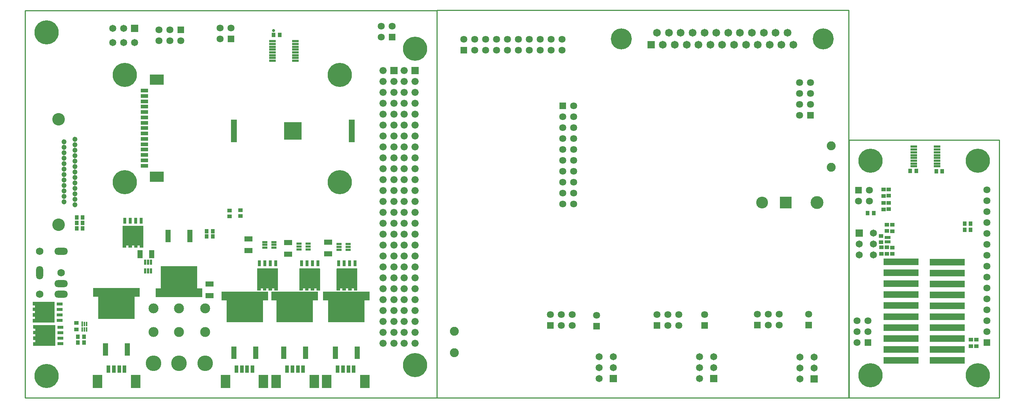
<source format=gbs>
G04*
G04 #@! TF.GenerationSoftware,Altium Limited,Altium Designer,18.1.9 (240)*
G04*
G04 Layer_Color=16711935*
%FSLAX44Y44*%
%MOMM*%
G71*
G01*
G75*
%ADD16C,0.2540*%
%ADD74C,3.0000*%
%ADD75C,2.7500*%
%ADD76R,2.7500X2.7500*%
%ADD119R,1.0270X0.8270*%
%ADD122R,0.8270X1.0270*%
%ADD125R,0.9270X1.0270*%
%ADD126R,1.0270X0.9270*%
%ADD135R,0.9270X1.7270*%
%ADD136R,2.2270X3.1270*%
%ADD147R,1.2954X0.4826*%
%ADD148R,0.4826X1.2954*%
%ADD159R,1.8270X1.2270*%
%ADD169C,1.8170*%
%ADD170R,1.8170X1.8170*%
%ADD171C,4.8870*%
%ADD172R,1.6270X1.6270*%
%ADD173C,1.6270*%
%ADD174C,1.6510*%
%ADD175R,1.6510X1.6510*%
%ADD176R,1.6270X1.6270*%
%ADD177C,2.0770*%
%ADD178C,5.6270*%
%ADD179C,1.6770*%
%ADD180R,1.6770X1.6770*%
%ADD181C,1.1938*%
%ADD182C,3.6270*%
%ADD183C,2.3270*%
%ADD184O,3.1430X1.6350*%
%ADD185C,1.7270*%
%ADD186O,1.6350X3.1430*%
%ADD187R,1.6510X1.6510*%
%ADD188C,0.7270*%
%ADD189C,2.9210*%
%ADD190R,8.1270X1.6270*%
%ADD191R,0.3302X0.7874*%
%ADD192R,1.5270X0.4770*%
%ADD193R,1.7272X0.9398*%
%ADD194R,3.2258X2.3368*%
%ADD195R,1.4270X5.2270*%
%ADD196R,4.1270X4.1270*%
%ADD197R,0.3970X1.1470*%
%ADD198R,0.3970X1.0670*%
%ADD199R,0.7770X1.3270*%
%ADD200R,1.3270X0.7770*%
%ADD201R,10.9270X2.0370*%
%ADD202R,8.4570X5.2070*%
%ADD203R,1.1770X2.9270*%
%ADD204R,1.2270X1.8270*%
G36*
X893236Y503743D02*
X893139Y503767D01*
X893047Y503805D01*
X892962Y503857D01*
X892886Y503922D01*
X892821Y503998D01*
X892768Y504083D01*
X892730Y504175D01*
X892707Y504273D01*
X892699Y504372D01*
Y509372D01*
Y554372D01*
X892707Y554472D01*
X892730Y554569D01*
X892768Y554661D01*
X892821Y554747D01*
X892886Y554823D01*
X892962Y554888D01*
X893047Y554940D01*
X893139Y554978D01*
X893236Y555001D01*
X893336Y555009D01*
X940336D01*
X940436Y555001D01*
X940533Y554978D01*
X940625Y554940D01*
X940710Y554888D01*
X940786Y554823D01*
X940851Y554747D01*
X940903Y554661D01*
X940942Y554569D01*
X940965Y554472D01*
X940973Y554372D01*
Y509372D01*
D01*
Y504372D01*
X940965Y504273D01*
X940942Y504175D01*
X940903Y504083D01*
X940851Y503998D01*
X940786Y503922D01*
X940710Y503857D01*
X940625Y503805D01*
X940533Y503767D01*
X940436Y503743D01*
X940336Y503735D01*
X933336D01*
X933236Y503743D01*
X933139Y503767D01*
X933047Y503805D01*
X932962Y503857D01*
X932886Y503922D01*
X932821Y503998D01*
X932768Y504083D01*
X932730Y504175D01*
X932707Y504273D01*
X932699Y504372D01*
Y508735D01*
X927623D01*
Y504372D01*
X927615Y504273D01*
X927592Y504175D01*
X927553Y504083D01*
X927501Y503998D01*
X927436Y503922D01*
X927360Y503857D01*
X927275Y503805D01*
X927183Y503767D01*
X927086Y503743D01*
X926986Y503735D01*
X919986D01*
X919886Y503743D01*
X919789Y503767D01*
X919697Y503805D01*
X919612Y503857D01*
X919536Y503922D01*
X919471Y503998D01*
X919418Y504083D01*
X919380Y504175D01*
X919357Y504273D01*
X919349Y504372D01*
Y508735D01*
X914323D01*
Y504372D01*
X914315Y504273D01*
X914292Y504175D01*
X914253Y504083D01*
X914201Y503998D01*
X914136Y503922D01*
X914060Y503857D01*
X913975Y503805D01*
X913883Y503767D01*
X913786Y503743D01*
X913686Y503735D01*
X906686D01*
X906586Y503743D01*
X906489Y503767D01*
X906397Y503805D01*
X906312Y503857D01*
X906236Y503922D01*
X906171Y503998D01*
X906118Y504083D01*
X906080Y504175D01*
X906057Y504273D01*
X906049Y504372D01*
Y508735D01*
X900973D01*
Y504372D01*
X900965Y504273D01*
X900942Y504175D01*
X900903Y504083D01*
X900851Y503998D01*
X900786Y503922D01*
X900710Y503857D01*
X900625Y503805D01*
X900533Y503767D01*
X900436Y503743D01*
X900336Y503735D01*
X893336D01*
X893236Y503743D01*
D02*
G37*
G36*
X980172Y503743D02*
X980075Y503767D01*
X979983Y503805D01*
X979898Y503857D01*
X979821Y503922D01*
X979757Y503998D01*
X979704Y504083D01*
X979666Y504175D01*
X979643Y504273D01*
X979635Y504372D01*
Y509372D01*
Y554372D01*
X979643Y554472D01*
X979666Y554569D01*
X979704Y554661D01*
X979757Y554747D01*
X979821Y554823D01*
X979898Y554888D01*
X979983Y554940D01*
X980075Y554978D01*
X980172Y555001D01*
X980272Y555009D01*
X1027272D01*
X1027372Y555001D01*
X1027469Y554978D01*
X1027561Y554940D01*
X1027646Y554888D01*
X1027722Y554823D01*
X1027787Y554747D01*
X1027839Y554661D01*
X1027878Y554569D01*
X1027901Y554472D01*
X1027909Y554372D01*
Y509372D01*
Y504372D01*
X1027901Y504273D01*
X1027878Y504175D01*
X1027839Y504083D01*
X1027787Y503998D01*
X1027722Y503922D01*
X1027646Y503857D01*
X1027561Y503805D01*
X1027469Y503767D01*
X1027372Y503743D01*
X1027272Y503735D01*
X1020272D01*
X1020172Y503743D01*
X1020075Y503767D01*
X1019983Y503805D01*
X1019898Y503857D01*
X1019821Y503922D01*
X1019757Y503998D01*
X1019704Y504083D01*
X1019666Y504175D01*
X1019643Y504273D01*
X1019635Y504372D01*
Y508735D01*
X1014559D01*
Y504372D01*
X1014551Y504273D01*
X1014528Y504175D01*
X1014489Y504083D01*
X1014437Y503998D01*
X1014372Y503922D01*
X1014296Y503857D01*
X1014211Y503805D01*
X1014119Y503767D01*
X1014022Y503743D01*
X1013922Y503735D01*
X1006922D01*
X1006822Y503743D01*
X1006725Y503767D01*
X1006633Y503805D01*
X1006547Y503857D01*
X1006471Y503922D01*
X1006407Y503998D01*
X1006354Y504083D01*
X1006316Y504175D01*
X1006293Y504273D01*
X1006285Y504372D01*
Y508735D01*
X1001259D01*
Y504372D01*
X1001251Y504273D01*
X1001228Y504175D01*
X1001189Y504083D01*
X1001137Y503998D01*
X1001072Y503922D01*
X1000996Y503857D01*
X1000911Y503805D01*
X1000819Y503767D01*
X1000722Y503743D01*
X1000622Y503735D01*
X993622D01*
X993522Y503743D01*
X993425Y503767D01*
X993333Y503805D01*
X993248Y503857D01*
X993171Y503922D01*
X993107Y503998D01*
X993054Y504083D01*
X993016Y504175D01*
X992993Y504273D01*
X992985Y504372D01*
Y508735D01*
X987909D01*
Y504372D01*
X987901Y504273D01*
X987878Y504175D01*
X987840Y504083D01*
X987787Y503998D01*
X987722Y503922D01*
X987646Y503857D01*
X987561Y503805D01*
X987469Y503767D01*
X987372Y503743D01*
X987272Y503735D01*
X980272D01*
X980172Y503743D01*
D02*
G37*
G36*
X795192Y503743D02*
X795095Y503767D01*
X795003Y503805D01*
X794918Y503857D01*
X794842Y503922D01*
X794777Y503998D01*
X794724Y504083D01*
X794686Y504176D01*
X794663Y504273D01*
X794655Y504372D01*
Y509372D01*
Y554373D01*
X794663Y554472D01*
X794686Y554569D01*
X794724Y554662D01*
X794777Y554747D01*
X794842Y554823D01*
X794918Y554888D01*
X795003Y554940D01*
X795095Y554978D01*
X795192Y555002D01*
X795292Y555009D01*
X842292D01*
X842392Y555002D01*
X842489Y554978D01*
X842581Y554940D01*
X842666Y554888D01*
X842742Y554823D01*
X842807Y554747D01*
X842859Y554662D01*
X842898Y554569D01*
X842921Y554472D01*
X842929Y554373D01*
Y509372D01*
Y504372D01*
X842921Y504273D01*
X842898Y504176D01*
X842859Y504083D01*
X842807Y503998D01*
X842742Y503922D01*
X842666Y503857D01*
X842581Y503805D01*
X842489Y503767D01*
X842392Y503743D01*
X842292Y503736D01*
X835292D01*
X835192Y503743D01*
X835095Y503767D01*
X835003Y503805D01*
X834918Y503857D01*
X834842Y503922D01*
X834777Y503998D01*
X834724Y504083D01*
X834686Y504176D01*
X834663Y504273D01*
X834655Y504372D01*
Y508736D01*
X829579D01*
Y504372D01*
X829571Y504273D01*
X829548Y504176D01*
X829510Y504083D01*
X829457Y503998D01*
X829392Y503922D01*
X829316Y503857D01*
X829231Y503805D01*
X829139Y503767D01*
X829042Y503743D01*
X828942Y503736D01*
X821942D01*
X821842Y503743D01*
X821745Y503767D01*
X821653Y503805D01*
X821568Y503857D01*
X821492Y503922D01*
X821427Y503998D01*
X821375Y504083D01*
X821336Y504176D01*
X821313Y504273D01*
X821305Y504372D01*
Y508736D01*
X816279D01*
Y504372D01*
X816271Y504273D01*
X816248Y504176D01*
X816209Y504083D01*
X816157Y503998D01*
X816092Y503922D01*
X816016Y503857D01*
X815931Y503805D01*
X815839Y503767D01*
X815742Y503743D01*
X815642Y503736D01*
X808642D01*
X808542Y503743D01*
X808445Y503767D01*
X808353Y503805D01*
X808268Y503857D01*
X808192Y503922D01*
X808127Y503998D01*
X808074Y504083D01*
X808036Y504176D01*
X808013Y504273D01*
X808005Y504372D01*
Y508736D01*
X802929D01*
Y504372D01*
X802921Y504273D01*
X802898Y504176D01*
X802859Y504083D01*
X802807Y503998D01*
X802742Y503922D01*
X802666Y503857D01*
X802581Y503805D01*
X802489Y503767D01*
X802392Y503743D01*
X802292Y503736D01*
X795292D01*
X795192Y503743D01*
D02*
G37*
G36*
X273820Y375121D02*
X273723Y375144D01*
X273631Y375182D01*
X273546Y375235D01*
X273470Y375300D01*
X273405Y375376D01*
X273353Y375461D01*
X273314Y375553D01*
X273291Y375650D01*
X273283Y375750D01*
Y382750D01*
X273291Y382850D01*
X273314Y382947D01*
X273353Y383039D01*
X273405Y383125D01*
X273470Y383200D01*
X273546Y383265D01*
X273631Y383318D01*
X273723Y383356D01*
X273820Y383379D01*
X273920Y383387D01*
X278283D01*
Y388463D01*
X273920D01*
X273820Y388471D01*
X273723Y388494D01*
X273631Y388532D01*
X273546Y388585D01*
X273470Y388650D01*
X273405Y388726D01*
X273353Y388811D01*
X273314Y388903D01*
X273291Y389000D01*
X273283Y389100D01*
Y396100D01*
X273291Y396200D01*
X273314Y396297D01*
X273353Y396389D01*
X273405Y396474D01*
X273470Y396550D01*
X273546Y396615D01*
X273631Y396668D01*
X273723Y396706D01*
X273820Y396729D01*
X273920Y396737D01*
X278283D01*
Y401763D01*
X273920D01*
X273820Y401771D01*
X273723Y401794D01*
X273631Y401833D01*
X273546Y401885D01*
X273470Y401950D01*
X273405Y402026D01*
X273353Y402111D01*
X273314Y402203D01*
X273291Y402300D01*
X273283Y402400D01*
Y409400D01*
X273291Y409500D01*
X273314Y409597D01*
X273353Y409689D01*
X273405Y409774D01*
X273470Y409850D01*
X273546Y409915D01*
X273631Y409968D01*
X273723Y410006D01*
X273820Y410029D01*
X273920Y410037D01*
X278283D01*
Y415113D01*
X273920D01*
X273820Y415121D01*
X273723Y415144D01*
X273631Y415182D01*
X273546Y415235D01*
X273470Y415300D01*
X273405Y415376D01*
X273353Y415461D01*
X273314Y415553D01*
X273291Y415650D01*
X273283Y415750D01*
Y422750D01*
X273291Y422850D01*
X273314Y422947D01*
X273353Y423039D01*
X273405Y423125D01*
X273470Y423200D01*
X273546Y423265D01*
X273631Y423318D01*
X273723Y423356D01*
X273820Y423379D01*
X273920Y423387D01*
X323920D01*
X324020Y423379D01*
X324117Y423356D01*
X324209Y423318D01*
X324294Y423265D01*
X324370Y423200D01*
X324435Y423125D01*
X324487Y423039D01*
X324526Y422947D01*
X324549Y422850D01*
X324557Y422750D01*
Y375750D01*
X324549Y375650D01*
X324526Y375553D01*
X324487Y375461D01*
X324435Y375376D01*
X324370Y375300D01*
X324294Y375235D01*
X324209Y375182D01*
X324117Y375144D01*
X324020Y375121D01*
X323920Y375113D01*
X273920D01*
X273820Y375121D01*
D02*
G37*
G36*
X272550Y429311D02*
X272453Y429334D01*
X272361Y429372D01*
X272276Y429425D01*
X272200Y429490D01*
X272135Y429566D01*
X272083Y429651D01*
X272044Y429743D01*
X272021Y429840D01*
X272013Y429940D01*
Y436940D01*
X272021Y437040D01*
X272044Y437137D01*
X272083Y437229D01*
X272135Y437314D01*
X272200Y437390D01*
X272276Y437455D01*
X272361Y437508D01*
X272453Y437546D01*
X272550Y437569D01*
X272650Y437577D01*
X277013D01*
Y442653D01*
X272650D01*
X272550Y442661D01*
X272453Y442684D01*
X272361Y442723D01*
X272276Y442775D01*
X272200Y442840D01*
X272135Y442916D01*
X272083Y443001D01*
X272044Y443093D01*
X272021Y443190D01*
X272013Y443290D01*
Y450290D01*
X272021Y450390D01*
X272044Y450487D01*
X272083Y450579D01*
X272135Y450664D01*
X272200Y450740D01*
X272276Y450805D01*
X272361Y450858D01*
X272453Y450896D01*
X272550Y450919D01*
X272650Y450927D01*
X277013D01*
Y455953D01*
X272650D01*
X272550Y455961D01*
X272453Y455984D01*
X272361Y456022D01*
X272276Y456075D01*
X272200Y456140D01*
X272135Y456216D01*
X272083Y456301D01*
X272044Y456393D01*
X272021Y456490D01*
X272013Y456590D01*
Y463590D01*
X272021Y463690D01*
X272044Y463787D01*
X272083Y463879D01*
X272135Y463964D01*
X272200Y464040D01*
X272276Y464105D01*
X272361Y464157D01*
X272453Y464196D01*
X272550Y464219D01*
X272650Y464227D01*
X277013D01*
Y469303D01*
X272650D01*
X272550Y469311D01*
X272453Y469334D01*
X272361Y469372D01*
X272276Y469425D01*
X272200Y469490D01*
X272135Y469566D01*
X272083Y469651D01*
X272044Y469743D01*
X272021Y469840D01*
X272013Y469940D01*
Y476940D01*
X272021Y477040D01*
X272044Y477137D01*
X272083Y477229D01*
X272135Y477314D01*
X272200Y477390D01*
X272276Y477455D01*
X272361Y477508D01*
X272453Y477546D01*
X272550Y477569D01*
X272650Y477577D01*
X322650D01*
X322750Y477569D01*
X322847Y477546D01*
X322939Y477508D01*
X323024Y477455D01*
X323100Y477390D01*
X323165Y477314D01*
X323218Y477229D01*
X323256Y477137D01*
X323279Y477040D01*
X323287Y476940D01*
Y429940D01*
X323279Y429840D01*
X323256Y429743D01*
X323218Y429651D01*
X323165Y429566D01*
X323100Y429490D01*
X323024Y429425D01*
X322939Y429372D01*
X322847Y429334D01*
X322750Y429311D01*
X322650Y429303D01*
X272650D01*
X272550Y429311D01*
D02*
G37*
G36*
X482010Y603340D02*
X481913Y603364D01*
X481821Y603402D01*
X481736Y603454D01*
X481660Y603519D01*
X481595Y603595D01*
X481542Y603680D01*
X481504Y603773D01*
X481481Y603870D01*
X481473Y603970D01*
Y608970D01*
Y653970D01*
X481481Y654069D01*
X481504Y654166D01*
X481542Y654259D01*
X481595Y654344D01*
X481660Y654420D01*
X481736Y654485D01*
X481821Y654537D01*
X481913Y654575D01*
X482010Y654599D01*
X482110Y654607D01*
X529110D01*
X529210Y654599D01*
X529307Y654575D01*
X529399Y654537D01*
X529484Y654485D01*
X529560Y654420D01*
X529625Y654344D01*
X529678Y654259D01*
X529716Y654166D01*
X529739Y654069D01*
X529747Y653970D01*
Y608970D01*
Y603970D01*
X529739Y603870D01*
X529716Y603773D01*
X529678Y603680D01*
X529625Y603595D01*
X529560Y603519D01*
X529484Y603454D01*
X529399Y603402D01*
X529307Y603364D01*
X529210Y603340D01*
X529110Y603333D01*
X522110D01*
X522010Y603340D01*
X521913Y603364D01*
X521821Y603402D01*
X521736Y603454D01*
X521660Y603519D01*
X521595Y603595D01*
X521542Y603680D01*
X521504Y603773D01*
X521481Y603870D01*
X521473Y603970D01*
Y608333D01*
X516397D01*
Y603970D01*
X516389Y603870D01*
X516366Y603773D01*
X516328Y603680D01*
X516275Y603595D01*
X516210Y603519D01*
X516134Y603454D01*
X516049Y603402D01*
X515957Y603364D01*
X515860Y603340D01*
X515760Y603333D01*
X508760D01*
X508660Y603340D01*
X508563Y603364D01*
X508471Y603402D01*
X508386Y603454D01*
X508310Y603519D01*
X508245Y603595D01*
X508192Y603680D01*
X508154Y603773D01*
X508131Y603870D01*
X508123Y603970D01*
Y608333D01*
X503097D01*
Y603970D01*
X503089Y603870D01*
X503066Y603773D01*
X503027Y603680D01*
X502975Y603595D01*
X502910Y603519D01*
X502834Y603454D01*
X502749Y603402D01*
X502657Y603364D01*
X502560Y603340D01*
X502460Y603333D01*
X495460D01*
X495360Y603340D01*
X495263Y603364D01*
X495171Y603402D01*
X495086Y603454D01*
X495010Y603519D01*
X494945Y603595D01*
X494893Y603680D01*
X494854Y603773D01*
X494831Y603870D01*
X494823Y603970D01*
Y608333D01*
X489747D01*
Y603970D01*
X489739Y603870D01*
X489716Y603773D01*
X489678Y603680D01*
X489625Y603595D01*
X489560Y603519D01*
X489484Y603454D01*
X489399Y603402D01*
X489307Y603364D01*
X489210Y603340D01*
X489110Y603333D01*
X482110D01*
X482010Y603340D01*
D02*
G37*
D16*
X1213208Y254036D02*
Y1156328D01*
X2171804D01*
X2171804Y254036D01*
X1213208D02*
X2171804D01*
X2521910Y254120D02*
Y854120D01*
Y254120D02*
X2171910D01*
Y854120D01*
X2521910D02*
X2171910D01*
X1213000Y254050D02*
X254150D01*
X254150Y1155750D01*
X1213000D02*
X254150D01*
X1213000D02*
Y254050D01*
D74*
X2097986Y708538D02*
D03*
D75*
X1969986D02*
D03*
D76*
X2024986D02*
D03*
D119*
X2252670Y738991D02*
D03*
Y723991D02*
D03*
X2252416Y707766D02*
D03*
Y692766D02*
D03*
X2264721Y707844D02*
D03*
Y692844D02*
D03*
X2264862Y739184D02*
D03*
Y724184D02*
D03*
X2260290Y657098D02*
D03*
Y642098D02*
D03*
X2273110Y656942D02*
D03*
Y641942D02*
D03*
X2247336Y589266D02*
D03*
Y604266D02*
D03*
X2260290Y589012D02*
D03*
Y604012D02*
D03*
X2273244Y588758D02*
D03*
Y603758D02*
D03*
X2468926Y389354D02*
D03*
Y374354D02*
D03*
X2456196Y389058D02*
D03*
Y374058D02*
D03*
X373530Y412920D02*
D03*
Y427920D02*
D03*
D122*
X2230096Y684142D02*
D03*
X2215096D02*
D03*
X2314258Y781932D02*
D03*
X2329258D02*
D03*
X376956Y395750D02*
D03*
X391956D02*
D03*
D125*
X2441250Y645280D02*
D03*
X2455250D02*
D03*
X2441250Y659250D02*
D03*
X2455250D02*
D03*
X2375210Y781170D02*
D03*
X2389210D02*
D03*
X847180Y1098851D02*
D03*
X833180D02*
D03*
X388659Y673884D02*
D03*
X374659D02*
D03*
X374659Y661384D02*
D03*
X388659D02*
D03*
X388659Y648716D02*
D03*
X374659D02*
D03*
X691000Y629750D02*
D03*
X677000D02*
D03*
X691172Y641908D02*
D03*
X677172D02*
D03*
X377562Y382305D02*
D03*
X391562D02*
D03*
D126*
X2247082Y616436D02*
D03*
Y630436D02*
D03*
X755500Y690797D02*
D03*
Y676797D02*
D03*
X730500Y690250D02*
D03*
Y676250D02*
D03*
D135*
X746400Y320532D02*
D03*
X758900D02*
D03*
X783900D02*
D03*
X771400D02*
D03*
X981960Y320642D02*
D03*
X994460D02*
D03*
X1019460D02*
D03*
X1006960D02*
D03*
X448500Y320750D02*
D03*
X461000D02*
D03*
X486000D02*
D03*
X473500D02*
D03*
X864250Y320532D02*
D03*
X876750D02*
D03*
X901750D02*
D03*
X889250D02*
D03*
D136*
X720900Y291532D02*
D03*
X809400D02*
D03*
X956460Y291642D02*
D03*
X1044960D02*
D03*
X423000Y291750D02*
D03*
X511500D02*
D03*
X838750Y291532D02*
D03*
X927250D02*
D03*
D147*
X833614Y616642D02*
D03*
Y610038D02*
D03*
Y603434D02*
D03*
X812786D02*
D03*
Y610038D02*
D03*
Y616642D02*
D03*
X1006455Y611674D02*
D03*
Y605070D02*
D03*
Y598466D02*
D03*
X985627D02*
D03*
Y605070D02*
D03*
Y611674D02*
D03*
X912881Y612780D02*
D03*
Y606175D02*
D03*
Y599571D02*
D03*
X892053D02*
D03*
Y606175D02*
D03*
Y612780D02*
D03*
D148*
X547192Y549086D02*
D03*
X540588D02*
D03*
X533984D02*
D03*
Y569914D02*
D03*
X540588D02*
D03*
X547192D02*
D03*
D159*
X959500Y589000D02*
D03*
Y616000D02*
D03*
X867000Y588000D02*
D03*
Y615000D02*
D03*
X683410Y518596D02*
D03*
Y491596D02*
D03*
X774500Y623750D02*
D03*
Y596750D02*
D03*
D169*
X2042783Y1075636D02*
D03*
X2028978Y1104036D02*
D03*
X2015173Y1075636D02*
D03*
X2001368Y1104036D02*
D03*
X1987563Y1075636D02*
D03*
X1973758Y1104036D02*
D03*
X1959953Y1075636D02*
D03*
X1946148Y1104036D02*
D03*
X1932343Y1075636D02*
D03*
X1918538Y1104036D02*
D03*
X1904733Y1075636D02*
D03*
X1890928Y1104036D02*
D03*
X1877123Y1075636D02*
D03*
X1863318Y1104036D02*
D03*
X1849513Y1075636D02*
D03*
X1835708Y1104036D02*
D03*
X1821903Y1075636D02*
D03*
X1808098Y1104036D02*
D03*
X1794293Y1075636D02*
D03*
X1780488Y1104036D02*
D03*
X1766683Y1075636D02*
D03*
X1752878Y1104036D02*
D03*
X1739073Y1075636D02*
D03*
X1725268Y1104036D02*
D03*
D170*
X1711463Y1075636D02*
D03*
D171*
X1641863Y1089836D02*
D03*
X2112383D02*
D03*
D172*
X1505516Y933836D02*
D03*
X1584508Y420286D02*
D03*
X1835708Y422636D02*
D03*
X2082608Y911436D02*
D03*
X2078208Y423036D02*
D03*
X2493060Y382120D02*
D03*
X2194510Y737520D02*
D03*
X2216548Y382212D02*
D03*
X733654Y1089750D02*
D03*
X1108400Y1093750D02*
D03*
D173*
X1505516Y908436D02*
D03*
Y883036D02*
D03*
Y857636D02*
D03*
Y832236D02*
D03*
Y806836D02*
D03*
Y781436D02*
D03*
Y756036D02*
D03*
Y730636D02*
D03*
Y705236D02*
D03*
X1530916Y933836D02*
D03*
Y908436D02*
D03*
Y883036D02*
D03*
Y857636D02*
D03*
Y832236D02*
D03*
Y806836D02*
D03*
Y781436D02*
D03*
Y756036D02*
D03*
Y730636D02*
D03*
Y705236D02*
D03*
X1584508Y445686D02*
D03*
X2010008Y448436D02*
D03*
Y423036D02*
D03*
X1984608Y448436D02*
D03*
Y423036D02*
D03*
X1959208Y448436D02*
D03*
X1504008Y1089036D02*
D03*
X1478608D02*
D03*
X1453208D02*
D03*
X1427808D02*
D03*
X1402408D02*
D03*
X1377008D02*
D03*
X1351608D02*
D03*
X1326208D02*
D03*
X1300808D02*
D03*
X1275408D02*
D03*
X1504008Y1063636D02*
D03*
X1478608D02*
D03*
X1453208D02*
D03*
X1427808D02*
D03*
X1402408D02*
D03*
X1377008D02*
D03*
X1351608D02*
D03*
X1326208D02*
D03*
X1300808D02*
D03*
X1477108Y447436D02*
D03*
X1502508Y422036D02*
D03*
Y447436D02*
D03*
X1527908Y422036D02*
D03*
Y447436D02*
D03*
X1724908D02*
D03*
X1750308Y422036D02*
D03*
Y447436D02*
D03*
X1775708Y422036D02*
D03*
Y447436D02*
D03*
X1835708Y448036D02*
D03*
X2082608Y936836D02*
D03*
Y962236D02*
D03*
Y987636D02*
D03*
X2057208Y911436D02*
D03*
Y936836D02*
D03*
Y962236D02*
D03*
Y987636D02*
D03*
X2078208Y448436D02*
D03*
X2493060Y737720D02*
D03*
Y712320D02*
D03*
Y686920D02*
D03*
Y661520D02*
D03*
Y636120D02*
D03*
Y610720D02*
D03*
Y585320D02*
D03*
Y559920D02*
D03*
Y534520D02*
D03*
Y509120D02*
D03*
Y483720D02*
D03*
Y458320D02*
D03*
Y432920D02*
D03*
Y407520D02*
D03*
X2219910Y737520D02*
D03*
X2194510Y712120D02*
D03*
X2219910D02*
D03*
X2191148Y433012D02*
D03*
X2216548D02*
D03*
X2191148Y407612D02*
D03*
X2216548D02*
D03*
X2191148Y382212D02*
D03*
X566200Y1084950D02*
D03*
Y1110350D02*
D03*
X591600Y1084950D02*
D03*
Y1110350D02*
D03*
X617000Y1084950D02*
D03*
X708254Y1089750D02*
D03*
X733654Y1115150D02*
D03*
X708254D02*
D03*
X1083000Y1119150D02*
D03*
X1108400D02*
D03*
X1083000Y1093750D02*
D03*
D174*
X1823948Y349436D02*
D03*
Y324036D02*
D03*
Y298636D02*
D03*
X1856968Y349436D02*
D03*
Y324036D02*
D03*
X1590188Y349936D02*
D03*
Y324536D02*
D03*
Y299136D02*
D03*
X1623208Y349936D02*
D03*
Y324536D02*
D03*
X2091055Y323536D02*
D03*
Y348936D02*
D03*
X2058035Y298136D02*
D03*
Y323536D02*
D03*
Y348936D02*
D03*
X2228794Y586831D02*
D03*
Y612231D02*
D03*
Y637631D02*
D03*
X2195774Y586831D02*
D03*
Y612231D02*
D03*
X484000Y1113750D02*
D03*
X458600D02*
D03*
X509400Y1080730D02*
D03*
X484000D02*
D03*
X458600D02*
D03*
D175*
X1856968Y298636D02*
D03*
X1623208Y299136D02*
D03*
X2091055Y298136D02*
D03*
X2195774Y637631D02*
D03*
D176*
X1959208Y423036D02*
D03*
X1275408Y1063636D02*
D03*
X1477108Y422036D02*
D03*
X1724908D02*
D03*
X617000Y1110350D02*
D03*
D177*
X1253208Y359036D02*
D03*
Y409036D02*
D03*
X2130458Y840616D02*
D03*
Y790616D02*
D03*
D178*
X2471910Y806120D02*
D03*
X2221910D02*
D03*
Y306120D02*
D03*
X2471910D02*
D03*
X304900Y1104950D02*
D03*
Y304850D02*
D03*
X1162200Y330250D02*
D03*
Y1066850D02*
D03*
X486500Y755750D02*
D03*
Y1005750D02*
D03*
X986500D02*
D03*
Y755750D02*
D03*
D179*
X1136800Y380950D02*
D03*
Y406350D02*
D03*
Y431750D02*
D03*
Y457150D02*
D03*
Y482550D02*
D03*
Y507950D02*
D03*
Y533350D02*
D03*
Y558750D02*
D03*
Y584150D02*
D03*
Y609550D02*
D03*
Y634950D02*
D03*
Y660350D02*
D03*
Y685750D02*
D03*
Y711150D02*
D03*
Y736550D02*
D03*
Y761950D02*
D03*
Y787350D02*
D03*
Y812750D02*
D03*
Y838150D02*
D03*
Y863550D02*
D03*
Y888950D02*
D03*
Y914350D02*
D03*
Y939750D02*
D03*
Y965150D02*
D03*
Y990550D02*
D03*
Y1015950D02*
D03*
X1162200Y380950D02*
D03*
Y406350D02*
D03*
Y431750D02*
D03*
Y457150D02*
D03*
Y482550D02*
D03*
Y507950D02*
D03*
Y533350D02*
D03*
Y558750D02*
D03*
Y584150D02*
D03*
Y609550D02*
D03*
Y634950D02*
D03*
Y660350D02*
D03*
Y685750D02*
D03*
Y711150D02*
D03*
Y736550D02*
D03*
Y761950D02*
D03*
Y787350D02*
D03*
Y812750D02*
D03*
Y838150D02*
D03*
Y863550D02*
D03*
Y888950D02*
D03*
Y914350D02*
D03*
Y939750D02*
D03*
Y965150D02*
D03*
Y990550D02*
D03*
X1112700D02*
D03*
Y965150D02*
D03*
Y939750D02*
D03*
Y914350D02*
D03*
Y888950D02*
D03*
Y863550D02*
D03*
Y838150D02*
D03*
Y812750D02*
D03*
Y787350D02*
D03*
Y761950D02*
D03*
Y736550D02*
D03*
Y711150D02*
D03*
Y685750D02*
D03*
Y660350D02*
D03*
Y634950D02*
D03*
Y609550D02*
D03*
Y584150D02*
D03*
Y558750D02*
D03*
Y533350D02*
D03*
Y507950D02*
D03*
Y482550D02*
D03*
Y457150D02*
D03*
Y431750D02*
D03*
Y406350D02*
D03*
Y380950D02*
D03*
X1087300Y1015950D02*
D03*
Y990550D02*
D03*
Y965150D02*
D03*
Y939750D02*
D03*
Y914350D02*
D03*
Y888950D02*
D03*
Y863550D02*
D03*
Y838150D02*
D03*
Y812750D02*
D03*
Y787350D02*
D03*
Y761950D02*
D03*
Y736550D02*
D03*
Y711150D02*
D03*
Y685750D02*
D03*
Y660350D02*
D03*
Y634950D02*
D03*
Y609550D02*
D03*
Y584150D02*
D03*
Y558750D02*
D03*
Y533350D02*
D03*
Y507950D02*
D03*
Y482550D02*
D03*
Y457150D02*
D03*
Y431750D02*
D03*
Y406350D02*
D03*
Y380950D02*
D03*
D180*
X1162200Y1015950D02*
D03*
X1112700D02*
D03*
D181*
X345000Y849600D02*
D03*
Y836900D02*
D03*
Y824200D02*
D03*
Y811500D02*
D03*
Y798800D02*
D03*
Y786100D02*
D03*
Y773400D02*
D03*
Y760700D02*
D03*
Y748000D02*
D03*
Y735300D02*
D03*
Y722600D02*
D03*
Y709900D02*
D03*
X370400Y855950D02*
D03*
Y843250D02*
D03*
Y830550D02*
D03*
Y817850D02*
D03*
Y805150D02*
D03*
Y792450D02*
D03*
Y779750D02*
D03*
Y767050D02*
D03*
Y754350D02*
D03*
Y741650D02*
D03*
Y728950D02*
D03*
Y716250D02*
D03*
Y703550D02*
D03*
D182*
X612700Y334350D02*
D03*
X674000Y333950D02*
D03*
X553000Y334350D02*
D03*
D183*
X612700Y462350D02*
D03*
Y407350D02*
D03*
X674000Y461950D02*
D03*
Y406950D02*
D03*
X553000Y462350D02*
D03*
Y407350D02*
D03*
D184*
X338000Y519850D02*
D03*
Y594850D02*
D03*
Y494850D02*
D03*
D185*
X288000Y594850D02*
D03*
Y494850D02*
D03*
X338000Y544850D02*
D03*
D186*
X288000D02*
D03*
D187*
X509400Y1113750D02*
D03*
D188*
X833180Y1108770D02*
D03*
D189*
X332300Y657195D02*
D03*
Y902305D02*
D03*
D190*
X2400694Y442918D02*
D03*
Y417518D02*
D03*
Y392118D02*
D03*
Y366718D02*
D03*
Y341318D02*
D03*
X2293010Y341420D02*
D03*
Y366820D02*
D03*
Y392220D02*
D03*
Y417620D02*
D03*
Y443020D02*
D03*
X2400810Y570020D02*
D03*
Y544620D02*
D03*
Y519220D02*
D03*
Y493820D02*
D03*
Y468420D02*
D03*
X2292987Y570189D02*
D03*
Y544789D02*
D03*
Y519389D02*
D03*
Y493989D02*
D03*
Y468589D02*
D03*
D191*
X2256734Y616721D02*
D03*
X2260290D02*
D03*
X2263846D02*
D03*
X2267402D02*
D03*
Y626881D02*
D03*
X2263846D02*
D03*
X2260290D02*
D03*
X2256734D02*
D03*
D192*
X2322850Y792970D02*
D03*
Y799470D02*
D03*
Y805970D02*
D03*
Y812470D02*
D03*
Y818970D02*
D03*
Y825470D02*
D03*
Y831970D02*
D03*
Y838470D02*
D03*
X2376850Y792970D02*
D03*
Y799470D02*
D03*
Y805970D02*
D03*
Y812470D02*
D03*
Y818970D02*
D03*
Y825470D02*
D03*
Y831970D02*
D03*
Y838470D02*
D03*
X884000Y1084250D02*
D03*
Y1077750D02*
D03*
Y1071250D02*
D03*
Y1064750D02*
D03*
Y1058250D02*
D03*
Y1051750D02*
D03*
Y1045250D02*
D03*
Y1038750D02*
D03*
X830000Y1084250D02*
D03*
Y1077750D02*
D03*
Y1071250D02*
D03*
Y1064750D02*
D03*
Y1058250D02*
D03*
Y1051750D02*
D03*
Y1045250D02*
D03*
Y1038750D02*
D03*
D193*
X532000Y969250D02*
D03*
Y956750D02*
D03*
Y944250D02*
D03*
Y931750D02*
D03*
Y919250D02*
D03*
Y906750D02*
D03*
Y894250D02*
D03*
Y881750D02*
D03*
Y869250D02*
D03*
Y856750D02*
D03*
Y844250D02*
D03*
Y831750D02*
D03*
Y819250D02*
D03*
Y806750D02*
D03*
Y794250D02*
D03*
D194*
X561000Y768750D02*
D03*
Y994750D02*
D03*
D195*
X1014658Y875080D02*
D03*
X740358D02*
D03*
D196*
X877508D02*
D03*
D197*
X387580Y425362D02*
D03*
D198*
X392580Y425762D02*
D03*
X397580D02*
D03*
Y413162D02*
D03*
X392580D02*
D03*
X387580D02*
D03*
D199*
X486560Y666470D02*
D03*
X499260D02*
D03*
X511960D02*
D03*
X524660D02*
D03*
X525676Y610280D02*
D03*
X512214D02*
D03*
X499006D02*
D03*
X485544D02*
D03*
X799742Y566873D02*
D03*
X812442D02*
D03*
X825142D02*
D03*
X837842D02*
D03*
X838858Y510682D02*
D03*
X825396D02*
D03*
X812188D02*
D03*
X798726D02*
D03*
X984722Y566872D02*
D03*
X997422D02*
D03*
X1010122D02*
D03*
X1022822D02*
D03*
X1023838Y510682D02*
D03*
X1010376D02*
D03*
X997168D02*
D03*
X983706D02*
D03*
X897786Y566872D02*
D03*
X910486D02*
D03*
X923186D02*
D03*
X935886D02*
D03*
X936902Y510682D02*
D03*
X923440D02*
D03*
X910232D02*
D03*
X896770D02*
D03*
D200*
X335150Y472490D02*
D03*
Y459790D02*
D03*
Y447090D02*
D03*
Y434390D02*
D03*
X278960Y433374D02*
D03*
Y446836D02*
D03*
Y460044D02*
D03*
Y473506D02*
D03*
X336420Y418300D02*
D03*
Y405600D02*
D03*
Y392900D02*
D03*
Y380200D02*
D03*
X280230Y379184D02*
D03*
Y392646D02*
D03*
Y405854D02*
D03*
Y419316D02*
D03*
D201*
X882311Y490861D02*
D03*
X1002031Y490861D02*
D03*
X765750Y490750D02*
D03*
X613000Y498744D02*
D03*
X467000Y499000D02*
D03*
D202*
X882311Y455911D02*
D03*
X1002031Y455911D02*
D03*
X765750Y455800D02*
D03*
X613000Y533694D02*
D03*
X467000Y464050D02*
D03*
D203*
X856911Y358711D02*
D03*
X907711D02*
D03*
X976631Y358711D02*
D03*
X1027431D02*
D03*
X740350Y358600D02*
D03*
X791150D02*
D03*
X638400Y630894D02*
D03*
X587600D02*
D03*
X441600Y366850D02*
D03*
X492400D02*
D03*
D204*
X522064Y588487D02*
D03*
X549064D02*
D03*
M02*

</source>
